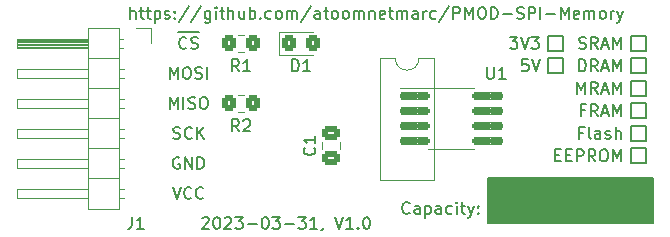
<source format=gto>
G04 #@! TF.GenerationSoftware,KiCad,Pcbnew,7.0.1*
G04 #@! TF.CreationDate,2023-03-31T23:10:03+02:00*
G04 #@! TF.ProjectId,PMOD SPI Memory,504d4f44-2053-4504-9920-4d656d6f7279,V1.0*
G04 #@! TF.SameCoordinates,Original*
G04 #@! TF.FileFunction,Legend,Top*
G04 #@! TF.FilePolarity,Positive*
%FSLAX46Y46*%
G04 Gerber Fmt 4.6, Leading zero omitted, Abs format (unit mm)*
G04 Created by KiCad (PCBNEW 7.0.1) date 2023-03-31 23:10:03*
%MOMM*%
%LPD*%
G01*
G04 APERTURE LIST*
G04 Aperture macros list*
%AMRoundRect*
0 Rectangle with rounded corners*
0 $1 Rounding radius*
0 $2 $3 $4 $5 $6 $7 $8 $9 X,Y pos of 4 corners*
0 Add a 4 corners polygon primitive as box body*
4,1,4,$2,$3,$4,$5,$6,$7,$8,$9,$2,$3,0*
0 Add four circle primitives for the rounded corners*
1,1,$1+$1,$2,$3*
1,1,$1+$1,$4,$5*
1,1,$1+$1,$6,$7*
1,1,$1+$1,$8,$9*
0 Add four rect primitives between the rounded corners*
20,1,$1+$1,$2,$3,$4,$5,0*
20,1,$1+$1,$4,$5,$6,$7,0*
20,1,$1+$1,$6,$7,$8,$9,0*
20,1,$1+$1,$8,$9,$2,$3,0*%
G04 Aperture macros list end*
%ADD10C,0.150000*%
%ADD11C,0.120000*%
%ADD12RoundRect,0.150000X-0.650000X-0.150000X0.650000X-0.150000X0.650000X0.150000X-0.650000X0.150000X0*%
%ADD13RoundRect,0.150000X-0.675000X-0.150000X0.675000X-0.150000X0.675000X0.150000X-0.675000X0.150000X0*%
%ADD14O,2.400000X1.600000*%
%ADD15R,2.400000X1.600000*%
%ADD16RoundRect,0.250000X-0.350000X-0.450000X0.350000X-0.450000X0.350000X0.450000X-0.350000X0.450000X0*%
%ADD17RoundRect,0.250000X-0.475000X0.337500X-0.475000X-0.337500X0.475000X-0.337500X0.475000X0.337500X0*%
%ADD18R,1.700000X1.700000*%
%ADD19O,1.700000X1.700000*%
%ADD20RoundRect,0.250000X-0.325000X-0.450000X0.325000X-0.450000X0.325000X0.450000X-0.325000X0.450000X0*%
%ADD21RoundRect,0.250000X0.350000X0.450000X-0.350000X0.450000X-0.350000X-0.450000X0.350000X-0.450000X0*%
G04 APERTURE END LIST*
D10*
X136525000Y-102870000D02*
X137795000Y-102870000D01*
X137795000Y-104140000D01*
X136525000Y-104140000D01*
X136525000Y-102870000D01*
X134794761Y-102967619D02*
X134318571Y-102967619D01*
X134318571Y-102967619D02*
X134270952Y-103443809D01*
X134270952Y-103443809D02*
X134318571Y-103396190D01*
X134318571Y-103396190D02*
X134413809Y-103348571D01*
X134413809Y-103348571D02*
X134651904Y-103348571D01*
X134651904Y-103348571D02*
X134747142Y-103396190D01*
X134747142Y-103396190D02*
X134794761Y-103443809D01*
X134794761Y-103443809D02*
X134842380Y-103539047D01*
X134842380Y-103539047D02*
X134842380Y-103777142D01*
X134842380Y-103777142D02*
X134794761Y-103872380D01*
X134794761Y-103872380D02*
X134747142Y-103920000D01*
X134747142Y-103920000D02*
X134651904Y-103967619D01*
X134651904Y-103967619D02*
X134413809Y-103967619D01*
X134413809Y-103967619D02*
X134318571Y-103920000D01*
X134318571Y-103920000D02*
X134270952Y-103872380D01*
X135128095Y-102967619D02*
X135461428Y-103967619D01*
X135461428Y-103967619D02*
X135794761Y-102967619D01*
X136525000Y-100965000D02*
X137795000Y-100965000D01*
X137795000Y-102235000D01*
X136525000Y-102235000D01*
X136525000Y-100965000D01*
X133270952Y-101062619D02*
X133889999Y-101062619D01*
X133889999Y-101062619D02*
X133556666Y-101443571D01*
X133556666Y-101443571D02*
X133699523Y-101443571D01*
X133699523Y-101443571D02*
X133794761Y-101491190D01*
X133794761Y-101491190D02*
X133842380Y-101538809D01*
X133842380Y-101538809D02*
X133889999Y-101634047D01*
X133889999Y-101634047D02*
X133889999Y-101872142D01*
X133889999Y-101872142D02*
X133842380Y-101967380D01*
X133842380Y-101967380D02*
X133794761Y-102015000D01*
X133794761Y-102015000D02*
X133699523Y-102062619D01*
X133699523Y-102062619D02*
X133413809Y-102062619D01*
X133413809Y-102062619D02*
X133318571Y-102015000D01*
X133318571Y-102015000D02*
X133270952Y-101967380D01*
X134175714Y-101062619D02*
X134509047Y-102062619D01*
X134509047Y-102062619D02*
X134842380Y-101062619D01*
X135080476Y-101062619D02*
X135699523Y-101062619D01*
X135699523Y-101062619D02*
X135366190Y-101443571D01*
X135366190Y-101443571D02*
X135509047Y-101443571D01*
X135509047Y-101443571D02*
X135604285Y-101491190D01*
X135604285Y-101491190D02*
X135651904Y-101538809D01*
X135651904Y-101538809D02*
X135699523Y-101634047D01*
X135699523Y-101634047D02*
X135699523Y-101872142D01*
X135699523Y-101872142D02*
X135651904Y-101967380D01*
X135651904Y-101967380D02*
X135604285Y-102015000D01*
X135604285Y-102015000D02*
X135509047Y-102062619D01*
X135509047Y-102062619D02*
X135223333Y-102062619D01*
X135223333Y-102062619D02*
X135128095Y-102015000D01*
X135128095Y-102015000D02*
X135080476Y-101967380D01*
X124762380Y-115937380D02*
X124714761Y-115985000D01*
X124714761Y-115985000D02*
X124571904Y-116032619D01*
X124571904Y-116032619D02*
X124476666Y-116032619D01*
X124476666Y-116032619D02*
X124333809Y-115985000D01*
X124333809Y-115985000D02*
X124238571Y-115889761D01*
X124238571Y-115889761D02*
X124190952Y-115794523D01*
X124190952Y-115794523D02*
X124143333Y-115604047D01*
X124143333Y-115604047D02*
X124143333Y-115461190D01*
X124143333Y-115461190D02*
X124190952Y-115270714D01*
X124190952Y-115270714D02*
X124238571Y-115175476D01*
X124238571Y-115175476D02*
X124333809Y-115080238D01*
X124333809Y-115080238D02*
X124476666Y-115032619D01*
X124476666Y-115032619D02*
X124571904Y-115032619D01*
X124571904Y-115032619D02*
X124714761Y-115080238D01*
X124714761Y-115080238D02*
X124762380Y-115127857D01*
X125619523Y-116032619D02*
X125619523Y-115508809D01*
X125619523Y-115508809D02*
X125571904Y-115413571D01*
X125571904Y-115413571D02*
X125476666Y-115365952D01*
X125476666Y-115365952D02*
X125286190Y-115365952D01*
X125286190Y-115365952D02*
X125190952Y-115413571D01*
X125619523Y-115985000D02*
X125524285Y-116032619D01*
X125524285Y-116032619D02*
X125286190Y-116032619D01*
X125286190Y-116032619D02*
X125190952Y-115985000D01*
X125190952Y-115985000D02*
X125143333Y-115889761D01*
X125143333Y-115889761D02*
X125143333Y-115794523D01*
X125143333Y-115794523D02*
X125190952Y-115699285D01*
X125190952Y-115699285D02*
X125286190Y-115651666D01*
X125286190Y-115651666D02*
X125524285Y-115651666D01*
X125524285Y-115651666D02*
X125619523Y-115604047D01*
X126095714Y-115365952D02*
X126095714Y-116365952D01*
X126095714Y-115413571D02*
X126190952Y-115365952D01*
X126190952Y-115365952D02*
X126381428Y-115365952D01*
X126381428Y-115365952D02*
X126476666Y-115413571D01*
X126476666Y-115413571D02*
X126524285Y-115461190D01*
X126524285Y-115461190D02*
X126571904Y-115556428D01*
X126571904Y-115556428D02*
X126571904Y-115842142D01*
X126571904Y-115842142D02*
X126524285Y-115937380D01*
X126524285Y-115937380D02*
X126476666Y-115985000D01*
X126476666Y-115985000D02*
X126381428Y-116032619D01*
X126381428Y-116032619D02*
X126190952Y-116032619D01*
X126190952Y-116032619D02*
X126095714Y-115985000D01*
X127429047Y-116032619D02*
X127429047Y-115508809D01*
X127429047Y-115508809D02*
X127381428Y-115413571D01*
X127381428Y-115413571D02*
X127286190Y-115365952D01*
X127286190Y-115365952D02*
X127095714Y-115365952D01*
X127095714Y-115365952D02*
X127000476Y-115413571D01*
X127429047Y-115985000D02*
X127333809Y-116032619D01*
X127333809Y-116032619D02*
X127095714Y-116032619D01*
X127095714Y-116032619D02*
X127000476Y-115985000D01*
X127000476Y-115985000D02*
X126952857Y-115889761D01*
X126952857Y-115889761D02*
X126952857Y-115794523D01*
X126952857Y-115794523D02*
X127000476Y-115699285D01*
X127000476Y-115699285D02*
X127095714Y-115651666D01*
X127095714Y-115651666D02*
X127333809Y-115651666D01*
X127333809Y-115651666D02*
X127429047Y-115604047D01*
X128333809Y-115985000D02*
X128238571Y-116032619D01*
X128238571Y-116032619D02*
X128048095Y-116032619D01*
X128048095Y-116032619D02*
X127952857Y-115985000D01*
X127952857Y-115985000D02*
X127905238Y-115937380D01*
X127905238Y-115937380D02*
X127857619Y-115842142D01*
X127857619Y-115842142D02*
X127857619Y-115556428D01*
X127857619Y-115556428D02*
X127905238Y-115461190D01*
X127905238Y-115461190D02*
X127952857Y-115413571D01*
X127952857Y-115413571D02*
X128048095Y-115365952D01*
X128048095Y-115365952D02*
X128238571Y-115365952D01*
X128238571Y-115365952D02*
X128333809Y-115413571D01*
X128762381Y-116032619D02*
X128762381Y-115365952D01*
X128762381Y-115032619D02*
X128714762Y-115080238D01*
X128714762Y-115080238D02*
X128762381Y-115127857D01*
X128762381Y-115127857D02*
X128810000Y-115080238D01*
X128810000Y-115080238D02*
X128762381Y-115032619D01*
X128762381Y-115032619D02*
X128762381Y-115127857D01*
X129095714Y-115365952D02*
X129476666Y-115365952D01*
X129238571Y-115032619D02*
X129238571Y-115889761D01*
X129238571Y-115889761D02*
X129286190Y-115985000D01*
X129286190Y-115985000D02*
X129381428Y-116032619D01*
X129381428Y-116032619D02*
X129476666Y-116032619D01*
X129714762Y-115365952D02*
X129952857Y-116032619D01*
X130190952Y-115365952D02*
X129952857Y-116032619D01*
X129952857Y-116032619D02*
X129857619Y-116270714D01*
X129857619Y-116270714D02*
X129810000Y-116318333D01*
X129810000Y-116318333D02*
X129714762Y-116365952D01*
X130571905Y-115937380D02*
X130619524Y-115985000D01*
X130619524Y-115985000D02*
X130571905Y-116032619D01*
X130571905Y-116032619D02*
X130524286Y-115985000D01*
X130524286Y-115985000D02*
X130571905Y-115937380D01*
X130571905Y-115937380D02*
X130571905Y-116032619D01*
X130571905Y-115413571D02*
X130619524Y-115461190D01*
X130619524Y-115461190D02*
X130571905Y-115508809D01*
X130571905Y-115508809D02*
X130524286Y-115461190D01*
X130524286Y-115461190D02*
X130571905Y-115413571D01*
X130571905Y-115413571D02*
X130571905Y-115508809D01*
X131445000Y-113030000D02*
X145415000Y-113030000D01*
X145415000Y-116840000D01*
X131445000Y-116840000D01*
X131445000Y-113030000D01*
G36*
X131445000Y-113030000D02*
G01*
X145415000Y-113030000D01*
X145415000Y-116840000D01*
X131445000Y-116840000D01*
X131445000Y-113030000D01*
G37*
X138970238Y-105872619D02*
X138970238Y-104872619D01*
X138970238Y-104872619D02*
X139303571Y-105586904D01*
X139303571Y-105586904D02*
X139636904Y-104872619D01*
X139636904Y-104872619D02*
X139636904Y-105872619D01*
X140684523Y-105872619D02*
X140351190Y-105396428D01*
X140113095Y-105872619D02*
X140113095Y-104872619D01*
X140113095Y-104872619D02*
X140494047Y-104872619D01*
X140494047Y-104872619D02*
X140589285Y-104920238D01*
X140589285Y-104920238D02*
X140636904Y-104967857D01*
X140636904Y-104967857D02*
X140684523Y-105063095D01*
X140684523Y-105063095D02*
X140684523Y-105205952D01*
X140684523Y-105205952D02*
X140636904Y-105301190D01*
X140636904Y-105301190D02*
X140589285Y-105348809D01*
X140589285Y-105348809D02*
X140494047Y-105396428D01*
X140494047Y-105396428D02*
X140113095Y-105396428D01*
X141065476Y-105586904D02*
X141541666Y-105586904D01*
X140970238Y-105872619D02*
X141303571Y-104872619D01*
X141303571Y-104872619D02*
X141636904Y-105872619D01*
X141970238Y-105872619D02*
X141970238Y-104872619D01*
X141970238Y-104872619D02*
X142303571Y-105586904D01*
X142303571Y-105586904D02*
X142636904Y-104872619D01*
X142636904Y-104872619D02*
X142636904Y-105872619D01*
X143510000Y-104775000D02*
X144780000Y-104775000D01*
X144780000Y-106045000D01*
X143510000Y-106045000D01*
X143510000Y-104775000D01*
X143510000Y-100965000D02*
X144780000Y-100965000D01*
X144780000Y-102235000D01*
X143510000Y-102235000D01*
X143510000Y-100965000D01*
X139113095Y-102015000D02*
X139255952Y-102062619D01*
X139255952Y-102062619D02*
X139494047Y-102062619D01*
X139494047Y-102062619D02*
X139589285Y-102015000D01*
X139589285Y-102015000D02*
X139636904Y-101967380D01*
X139636904Y-101967380D02*
X139684523Y-101872142D01*
X139684523Y-101872142D02*
X139684523Y-101776904D01*
X139684523Y-101776904D02*
X139636904Y-101681666D01*
X139636904Y-101681666D02*
X139589285Y-101634047D01*
X139589285Y-101634047D02*
X139494047Y-101586428D01*
X139494047Y-101586428D02*
X139303571Y-101538809D01*
X139303571Y-101538809D02*
X139208333Y-101491190D01*
X139208333Y-101491190D02*
X139160714Y-101443571D01*
X139160714Y-101443571D02*
X139113095Y-101348333D01*
X139113095Y-101348333D02*
X139113095Y-101253095D01*
X139113095Y-101253095D02*
X139160714Y-101157857D01*
X139160714Y-101157857D02*
X139208333Y-101110238D01*
X139208333Y-101110238D02*
X139303571Y-101062619D01*
X139303571Y-101062619D02*
X139541666Y-101062619D01*
X139541666Y-101062619D02*
X139684523Y-101110238D01*
X140684523Y-102062619D02*
X140351190Y-101586428D01*
X140113095Y-102062619D02*
X140113095Y-101062619D01*
X140113095Y-101062619D02*
X140494047Y-101062619D01*
X140494047Y-101062619D02*
X140589285Y-101110238D01*
X140589285Y-101110238D02*
X140636904Y-101157857D01*
X140636904Y-101157857D02*
X140684523Y-101253095D01*
X140684523Y-101253095D02*
X140684523Y-101395952D01*
X140684523Y-101395952D02*
X140636904Y-101491190D01*
X140636904Y-101491190D02*
X140589285Y-101538809D01*
X140589285Y-101538809D02*
X140494047Y-101586428D01*
X140494047Y-101586428D02*
X140113095Y-101586428D01*
X141065476Y-101776904D02*
X141541666Y-101776904D01*
X140970238Y-102062619D02*
X141303571Y-101062619D01*
X141303571Y-101062619D02*
X141636904Y-102062619D01*
X141970238Y-102062619D02*
X141970238Y-101062619D01*
X141970238Y-101062619D02*
X142303571Y-101776904D01*
X142303571Y-101776904D02*
X142636904Y-101062619D01*
X142636904Y-101062619D02*
X142636904Y-102062619D01*
X137113095Y-111063809D02*
X137446428Y-111063809D01*
X137589285Y-111587619D02*
X137113095Y-111587619D01*
X137113095Y-111587619D02*
X137113095Y-110587619D01*
X137113095Y-110587619D02*
X137589285Y-110587619D01*
X138017857Y-111063809D02*
X138351190Y-111063809D01*
X138494047Y-111587619D02*
X138017857Y-111587619D01*
X138017857Y-111587619D02*
X138017857Y-110587619D01*
X138017857Y-110587619D02*
X138494047Y-110587619D01*
X138922619Y-111587619D02*
X138922619Y-110587619D01*
X138922619Y-110587619D02*
X139303571Y-110587619D01*
X139303571Y-110587619D02*
X139398809Y-110635238D01*
X139398809Y-110635238D02*
X139446428Y-110682857D01*
X139446428Y-110682857D02*
X139494047Y-110778095D01*
X139494047Y-110778095D02*
X139494047Y-110920952D01*
X139494047Y-110920952D02*
X139446428Y-111016190D01*
X139446428Y-111016190D02*
X139398809Y-111063809D01*
X139398809Y-111063809D02*
X139303571Y-111111428D01*
X139303571Y-111111428D02*
X138922619Y-111111428D01*
X140494047Y-111587619D02*
X140160714Y-111111428D01*
X139922619Y-111587619D02*
X139922619Y-110587619D01*
X139922619Y-110587619D02*
X140303571Y-110587619D01*
X140303571Y-110587619D02*
X140398809Y-110635238D01*
X140398809Y-110635238D02*
X140446428Y-110682857D01*
X140446428Y-110682857D02*
X140494047Y-110778095D01*
X140494047Y-110778095D02*
X140494047Y-110920952D01*
X140494047Y-110920952D02*
X140446428Y-111016190D01*
X140446428Y-111016190D02*
X140398809Y-111063809D01*
X140398809Y-111063809D02*
X140303571Y-111111428D01*
X140303571Y-111111428D02*
X139922619Y-111111428D01*
X141113095Y-110587619D02*
X141303571Y-110587619D01*
X141303571Y-110587619D02*
X141398809Y-110635238D01*
X141398809Y-110635238D02*
X141494047Y-110730476D01*
X141494047Y-110730476D02*
X141541666Y-110920952D01*
X141541666Y-110920952D02*
X141541666Y-111254285D01*
X141541666Y-111254285D02*
X141494047Y-111444761D01*
X141494047Y-111444761D02*
X141398809Y-111540000D01*
X141398809Y-111540000D02*
X141303571Y-111587619D01*
X141303571Y-111587619D02*
X141113095Y-111587619D01*
X141113095Y-111587619D02*
X141017857Y-111540000D01*
X141017857Y-111540000D02*
X140922619Y-111444761D01*
X140922619Y-111444761D02*
X140875000Y-111254285D01*
X140875000Y-111254285D02*
X140875000Y-110920952D01*
X140875000Y-110920952D02*
X140922619Y-110730476D01*
X140922619Y-110730476D02*
X141017857Y-110635238D01*
X141017857Y-110635238D02*
X141113095Y-110587619D01*
X141970238Y-111587619D02*
X141970238Y-110587619D01*
X141970238Y-110587619D02*
X142303571Y-111301904D01*
X142303571Y-111301904D02*
X142636904Y-110587619D01*
X142636904Y-110587619D02*
X142636904Y-111587619D01*
X143510000Y-110490000D02*
X144780000Y-110490000D01*
X144780000Y-111760000D01*
X143510000Y-111760000D01*
X143510000Y-110490000D01*
X143510000Y-106680000D02*
X144780000Y-106680000D01*
X144780000Y-107950000D01*
X143510000Y-107950000D01*
X143510000Y-106680000D01*
X139589285Y-107253809D02*
X139255952Y-107253809D01*
X139255952Y-107777619D02*
X139255952Y-106777619D01*
X139255952Y-106777619D02*
X139732142Y-106777619D01*
X140684523Y-107777619D02*
X140351190Y-107301428D01*
X140113095Y-107777619D02*
X140113095Y-106777619D01*
X140113095Y-106777619D02*
X140494047Y-106777619D01*
X140494047Y-106777619D02*
X140589285Y-106825238D01*
X140589285Y-106825238D02*
X140636904Y-106872857D01*
X140636904Y-106872857D02*
X140684523Y-106968095D01*
X140684523Y-106968095D02*
X140684523Y-107110952D01*
X140684523Y-107110952D02*
X140636904Y-107206190D01*
X140636904Y-107206190D02*
X140589285Y-107253809D01*
X140589285Y-107253809D02*
X140494047Y-107301428D01*
X140494047Y-107301428D02*
X140113095Y-107301428D01*
X141065476Y-107491904D02*
X141541666Y-107491904D01*
X140970238Y-107777619D02*
X141303571Y-106777619D01*
X141303571Y-106777619D02*
X141636904Y-107777619D01*
X141970238Y-107777619D02*
X141970238Y-106777619D01*
X141970238Y-106777619D02*
X142303571Y-107491904D01*
X142303571Y-107491904D02*
X142636904Y-106777619D01*
X142636904Y-106777619D02*
X142636904Y-107777619D01*
X143510000Y-102870000D02*
X144780000Y-102870000D01*
X144780000Y-104140000D01*
X143510000Y-104140000D01*
X143510000Y-102870000D01*
X139113095Y-103967619D02*
X139113095Y-102967619D01*
X139113095Y-102967619D02*
X139351190Y-102967619D01*
X139351190Y-102967619D02*
X139494047Y-103015238D01*
X139494047Y-103015238D02*
X139589285Y-103110476D01*
X139589285Y-103110476D02*
X139636904Y-103205714D01*
X139636904Y-103205714D02*
X139684523Y-103396190D01*
X139684523Y-103396190D02*
X139684523Y-103539047D01*
X139684523Y-103539047D02*
X139636904Y-103729523D01*
X139636904Y-103729523D02*
X139589285Y-103824761D01*
X139589285Y-103824761D02*
X139494047Y-103920000D01*
X139494047Y-103920000D02*
X139351190Y-103967619D01*
X139351190Y-103967619D02*
X139113095Y-103967619D01*
X140684523Y-103967619D02*
X140351190Y-103491428D01*
X140113095Y-103967619D02*
X140113095Y-102967619D01*
X140113095Y-102967619D02*
X140494047Y-102967619D01*
X140494047Y-102967619D02*
X140589285Y-103015238D01*
X140589285Y-103015238D02*
X140636904Y-103062857D01*
X140636904Y-103062857D02*
X140684523Y-103158095D01*
X140684523Y-103158095D02*
X140684523Y-103300952D01*
X140684523Y-103300952D02*
X140636904Y-103396190D01*
X140636904Y-103396190D02*
X140589285Y-103443809D01*
X140589285Y-103443809D02*
X140494047Y-103491428D01*
X140494047Y-103491428D02*
X140113095Y-103491428D01*
X141065476Y-103681904D02*
X141541666Y-103681904D01*
X140970238Y-103967619D02*
X141303571Y-102967619D01*
X141303571Y-102967619D02*
X141636904Y-103967619D01*
X141970238Y-103967619D02*
X141970238Y-102967619D01*
X141970238Y-102967619D02*
X142303571Y-103681904D01*
X142303571Y-103681904D02*
X142636904Y-102967619D01*
X142636904Y-102967619D02*
X142636904Y-103967619D01*
X139446427Y-109158809D02*
X139113094Y-109158809D01*
X139113094Y-109682619D02*
X139113094Y-108682619D01*
X139113094Y-108682619D02*
X139589284Y-108682619D01*
X140113094Y-109682619D02*
X140017856Y-109635000D01*
X140017856Y-109635000D02*
X139970237Y-109539761D01*
X139970237Y-109539761D02*
X139970237Y-108682619D01*
X140922618Y-109682619D02*
X140922618Y-109158809D01*
X140922618Y-109158809D02*
X140874999Y-109063571D01*
X140874999Y-109063571D02*
X140779761Y-109015952D01*
X140779761Y-109015952D02*
X140589285Y-109015952D01*
X140589285Y-109015952D02*
X140494047Y-109063571D01*
X140922618Y-109635000D02*
X140827380Y-109682619D01*
X140827380Y-109682619D02*
X140589285Y-109682619D01*
X140589285Y-109682619D02*
X140494047Y-109635000D01*
X140494047Y-109635000D02*
X140446428Y-109539761D01*
X140446428Y-109539761D02*
X140446428Y-109444523D01*
X140446428Y-109444523D02*
X140494047Y-109349285D01*
X140494047Y-109349285D02*
X140589285Y-109301666D01*
X140589285Y-109301666D02*
X140827380Y-109301666D01*
X140827380Y-109301666D02*
X140922618Y-109254047D01*
X141351190Y-109635000D02*
X141446428Y-109682619D01*
X141446428Y-109682619D02*
X141636904Y-109682619D01*
X141636904Y-109682619D02*
X141732142Y-109635000D01*
X141732142Y-109635000D02*
X141779761Y-109539761D01*
X141779761Y-109539761D02*
X141779761Y-109492142D01*
X141779761Y-109492142D02*
X141732142Y-109396904D01*
X141732142Y-109396904D02*
X141636904Y-109349285D01*
X141636904Y-109349285D02*
X141494047Y-109349285D01*
X141494047Y-109349285D02*
X141398809Y-109301666D01*
X141398809Y-109301666D02*
X141351190Y-109206428D01*
X141351190Y-109206428D02*
X141351190Y-109158809D01*
X141351190Y-109158809D02*
X141398809Y-109063571D01*
X141398809Y-109063571D02*
X141494047Y-109015952D01*
X141494047Y-109015952D02*
X141636904Y-109015952D01*
X141636904Y-109015952D02*
X141732142Y-109063571D01*
X142208333Y-109682619D02*
X142208333Y-108682619D01*
X142636904Y-109682619D02*
X142636904Y-109158809D01*
X142636904Y-109158809D02*
X142589285Y-109063571D01*
X142589285Y-109063571D02*
X142494047Y-109015952D01*
X142494047Y-109015952D02*
X142351190Y-109015952D01*
X142351190Y-109015952D02*
X142255952Y-109063571D01*
X142255952Y-109063571D02*
X142208333Y-109111190D01*
X143510000Y-108585000D02*
X144780000Y-108585000D01*
X144780000Y-109855000D01*
X143510000Y-109855000D01*
X143510000Y-108585000D01*
X104473572Y-107142619D02*
X104473572Y-106142619D01*
X104473572Y-106142619D02*
X104806905Y-106856904D01*
X104806905Y-106856904D02*
X105140238Y-106142619D01*
X105140238Y-106142619D02*
X105140238Y-107142619D01*
X105616429Y-107142619D02*
X105616429Y-106142619D01*
X106045000Y-107095000D02*
X106187857Y-107142619D01*
X106187857Y-107142619D02*
X106425952Y-107142619D01*
X106425952Y-107142619D02*
X106521190Y-107095000D01*
X106521190Y-107095000D02*
X106568809Y-107047380D01*
X106568809Y-107047380D02*
X106616428Y-106952142D01*
X106616428Y-106952142D02*
X106616428Y-106856904D01*
X106616428Y-106856904D02*
X106568809Y-106761666D01*
X106568809Y-106761666D02*
X106521190Y-106714047D01*
X106521190Y-106714047D02*
X106425952Y-106666428D01*
X106425952Y-106666428D02*
X106235476Y-106618809D01*
X106235476Y-106618809D02*
X106140238Y-106571190D01*
X106140238Y-106571190D02*
X106092619Y-106523571D01*
X106092619Y-106523571D02*
X106045000Y-106428333D01*
X106045000Y-106428333D02*
X106045000Y-106333095D01*
X106045000Y-106333095D02*
X106092619Y-106237857D01*
X106092619Y-106237857D02*
X106140238Y-106190238D01*
X106140238Y-106190238D02*
X106235476Y-106142619D01*
X106235476Y-106142619D02*
X106473571Y-106142619D01*
X106473571Y-106142619D02*
X106616428Y-106190238D01*
X107235476Y-106142619D02*
X107425952Y-106142619D01*
X107425952Y-106142619D02*
X107521190Y-106190238D01*
X107521190Y-106190238D02*
X107616428Y-106285476D01*
X107616428Y-106285476D02*
X107664047Y-106475952D01*
X107664047Y-106475952D02*
X107664047Y-106809285D01*
X107664047Y-106809285D02*
X107616428Y-106999761D01*
X107616428Y-106999761D02*
X107521190Y-107095000D01*
X107521190Y-107095000D02*
X107425952Y-107142619D01*
X107425952Y-107142619D02*
X107235476Y-107142619D01*
X107235476Y-107142619D02*
X107140238Y-107095000D01*
X107140238Y-107095000D02*
X107045000Y-106999761D01*
X107045000Y-106999761D02*
X106997381Y-106809285D01*
X106997381Y-106809285D02*
X106997381Y-106475952D01*
X106997381Y-106475952D02*
X107045000Y-106285476D01*
X107045000Y-106285476D02*
X107140238Y-106190238D01*
X107140238Y-106190238D02*
X107235476Y-106142619D01*
X107204762Y-116397857D02*
X107252381Y-116350238D01*
X107252381Y-116350238D02*
X107347619Y-116302619D01*
X107347619Y-116302619D02*
X107585714Y-116302619D01*
X107585714Y-116302619D02*
X107680952Y-116350238D01*
X107680952Y-116350238D02*
X107728571Y-116397857D01*
X107728571Y-116397857D02*
X107776190Y-116493095D01*
X107776190Y-116493095D02*
X107776190Y-116588333D01*
X107776190Y-116588333D02*
X107728571Y-116731190D01*
X107728571Y-116731190D02*
X107157143Y-117302619D01*
X107157143Y-117302619D02*
X107776190Y-117302619D01*
X108395238Y-116302619D02*
X108490476Y-116302619D01*
X108490476Y-116302619D02*
X108585714Y-116350238D01*
X108585714Y-116350238D02*
X108633333Y-116397857D01*
X108633333Y-116397857D02*
X108680952Y-116493095D01*
X108680952Y-116493095D02*
X108728571Y-116683571D01*
X108728571Y-116683571D02*
X108728571Y-116921666D01*
X108728571Y-116921666D02*
X108680952Y-117112142D01*
X108680952Y-117112142D02*
X108633333Y-117207380D01*
X108633333Y-117207380D02*
X108585714Y-117255000D01*
X108585714Y-117255000D02*
X108490476Y-117302619D01*
X108490476Y-117302619D02*
X108395238Y-117302619D01*
X108395238Y-117302619D02*
X108300000Y-117255000D01*
X108300000Y-117255000D02*
X108252381Y-117207380D01*
X108252381Y-117207380D02*
X108204762Y-117112142D01*
X108204762Y-117112142D02*
X108157143Y-116921666D01*
X108157143Y-116921666D02*
X108157143Y-116683571D01*
X108157143Y-116683571D02*
X108204762Y-116493095D01*
X108204762Y-116493095D02*
X108252381Y-116397857D01*
X108252381Y-116397857D02*
X108300000Y-116350238D01*
X108300000Y-116350238D02*
X108395238Y-116302619D01*
X109109524Y-116397857D02*
X109157143Y-116350238D01*
X109157143Y-116350238D02*
X109252381Y-116302619D01*
X109252381Y-116302619D02*
X109490476Y-116302619D01*
X109490476Y-116302619D02*
X109585714Y-116350238D01*
X109585714Y-116350238D02*
X109633333Y-116397857D01*
X109633333Y-116397857D02*
X109680952Y-116493095D01*
X109680952Y-116493095D02*
X109680952Y-116588333D01*
X109680952Y-116588333D02*
X109633333Y-116731190D01*
X109633333Y-116731190D02*
X109061905Y-117302619D01*
X109061905Y-117302619D02*
X109680952Y-117302619D01*
X110014286Y-116302619D02*
X110633333Y-116302619D01*
X110633333Y-116302619D02*
X110300000Y-116683571D01*
X110300000Y-116683571D02*
X110442857Y-116683571D01*
X110442857Y-116683571D02*
X110538095Y-116731190D01*
X110538095Y-116731190D02*
X110585714Y-116778809D01*
X110585714Y-116778809D02*
X110633333Y-116874047D01*
X110633333Y-116874047D02*
X110633333Y-117112142D01*
X110633333Y-117112142D02*
X110585714Y-117207380D01*
X110585714Y-117207380D02*
X110538095Y-117255000D01*
X110538095Y-117255000D02*
X110442857Y-117302619D01*
X110442857Y-117302619D02*
X110157143Y-117302619D01*
X110157143Y-117302619D02*
X110061905Y-117255000D01*
X110061905Y-117255000D02*
X110014286Y-117207380D01*
X111061905Y-116921666D02*
X111823810Y-116921666D01*
X112490476Y-116302619D02*
X112585714Y-116302619D01*
X112585714Y-116302619D02*
X112680952Y-116350238D01*
X112680952Y-116350238D02*
X112728571Y-116397857D01*
X112728571Y-116397857D02*
X112776190Y-116493095D01*
X112776190Y-116493095D02*
X112823809Y-116683571D01*
X112823809Y-116683571D02*
X112823809Y-116921666D01*
X112823809Y-116921666D02*
X112776190Y-117112142D01*
X112776190Y-117112142D02*
X112728571Y-117207380D01*
X112728571Y-117207380D02*
X112680952Y-117255000D01*
X112680952Y-117255000D02*
X112585714Y-117302619D01*
X112585714Y-117302619D02*
X112490476Y-117302619D01*
X112490476Y-117302619D02*
X112395238Y-117255000D01*
X112395238Y-117255000D02*
X112347619Y-117207380D01*
X112347619Y-117207380D02*
X112300000Y-117112142D01*
X112300000Y-117112142D02*
X112252381Y-116921666D01*
X112252381Y-116921666D02*
X112252381Y-116683571D01*
X112252381Y-116683571D02*
X112300000Y-116493095D01*
X112300000Y-116493095D02*
X112347619Y-116397857D01*
X112347619Y-116397857D02*
X112395238Y-116350238D01*
X112395238Y-116350238D02*
X112490476Y-116302619D01*
X113157143Y-116302619D02*
X113776190Y-116302619D01*
X113776190Y-116302619D02*
X113442857Y-116683571D01*
X113442857Y-116683571D02*
X113585714Y-116683571D01*
X113585714Y-116683571D02*
X113680952Y-116731190D01*
X113680952Y-116731190D02*
X113728571Y-116778809D01*
X113728571Y-116778809D02*
X113776190Y-116874047D01*
X113776190Y-116874047D02*
X113776190Y-117112142D01*
X113776190Y-117112142D02*
X113728571Y-117207380D01*
X113728571Y-117207380D02*
X113680952Y-117255000D01*
X113680952Y-117255000D02*
X113585714Y-117302619D01*
X113585714Y-117302619D02*
X113300000Y-117302619D01*
X113300000Y-117302619D02*
X113204762Y-117255000D01*
X113204762Y-117255000D02*
X113157143Y-117207380D01*
X114204762Y-116921666D02*
X114966667Y-116921666D01*
X115347619Y-116302619D02*
X115966666Y-116302619D01*
X115966666Y-116302619D02*
X115633333Y-116683571D01*
X115633333Y-116683571D02*
X115776190Y-116683571D01*
X115776190Y-116683571D02*
X115871428Y-116731190D01*
X115871428Y-116731190D02*
X115919047Y-116778809D01*
X115919047Y-116778809D02*
X115966666Y-116874047D01*
X115966666Y-116874047D02*
X115966666Y-117112142D01*
X115966666Y-117112142D02*
X115919047Y-117207380D01*
X115919047Y-117207380D02*
X115871428Y-117255000D01*
X115871428Y-117255000D02*
X115776190Y-117302619D01*
X115776190Y-117302619D02*
X115490476Y-117302619D01*
X115490476Y-117302619D02*
X115395238Y-117255000D01*
X115395238Y-117255000D02*
X115347619Y-117207380D01*
X116919047Y-117302619D02*
X116347619Y-117302619D01*
X116633333Y-117302619D02*
X116633333Y-116302619D01*
X116633333Y-116302619D02*
X116538095Y-116445476D01*
X116538095Y-116445476D02*
X116442857Y-116540714D01*
X116442857Y-116540714D02*
X116347619Y-116588333D01*
X117395238Y-117255000D02*
X117395238Y-117302619D01*
X117395238Y-117302619D02*
X117347619Y-117397857D01*
X117347619Y-117397857D02*
X117300000Y-117445476D01*
X118442857Y-116302619D02*
X118776190Y-117302619D01*
X118776190Y-117302619D02*
X119109523Y-116302619D01*
X119966666Y-117302619D02*
X119395238Y-117302619D01*
X119680952Y-117302619D02*
X119680952Y-116302619D01*
X119680952Y-116302619D02*
X119585714Y-116445476D01*
X119585714Y-116445476D02*
X119490476Y-116540714D01*
X119490476Y-116540714D02*
X119395238Y-116588333D01*
X120395238Y-117207380D02*
X120442857Y-117255000D01*
X120442857Y-117255000D02*
X120395238Y-117302619D01*
X120395238Y-117302619D02*
X120347619Y-117255000D01*
X120347619Y-117255000D02*
X120395238Y-117207380D01*
X120395238Y-117207380D02*
X120395238Y-117302619D01*
X121061904Y-116302619D02*
X121157142Y-116302619D01*
X121157142Y-116302619D02*
X121252380Y-116350238D01*
X121252380Y-116350238D02*
X121299999Y-116397857D01*
X121299999Y-116397857D02*
X121347618Y-116493095D01*
X121347618Y-116493095D02*
X121395237Y-116683571D01*
X121395237Y-116683571D02*
X121395237Y-116921666D01*
X121395237Y-116921666D02*
X121347618Y-117112142D01*
X121347618Y-117112142D02*
X121299999Y-117207380D01*
X121299999Y-117207380D02*
X121252380Y-117255000D01*
X121252380Y-117255000D02*
X121157142Y-117302619D01*
X121157142Y-117302619D02*
X121061904Y-117302619D01*
X121061904Y-117302619D02*
X120966666Y-117255000D01*
X120966666Y-117255000D02*
X120919047Y-117207380D01*
X120919047Y-117207380D02*
X120871428Y-117112142D01*
X120871428Y-117112142D02*
X120823809Y-116921666D01*
X120823809Y-116921666D02*
X120823809Y-116683571D01*
X120823809Y-116683571D02*
X120871428Y-116493095D01*
X120871428Y-116493095D02*
X120919047Y-116397857D01*
X120919047Y-116397857D02*
X120966666Y-116350238D01*
X120966666Y-116350238D02*
X121061904Y-116302619D01*
X105878333Y-101967380D02*
X105830714Y-102015000D01*
X105830714Y-102015000D02*
X105687857Y-102062619D01*
X105687857Y-102062619D02*
X105592619Y-102062619D01*
X105592619Y-102062619D02*
X105449762Y-102015000D01*
X105449762Y-102015000D02*
X105354524Y-101919761D01*
X105354524Y-101919761D02*
X105306905Y-101824523D01*
X105306905Y-101824523D02*
X105259286Y-101634047D01*
X105259286Y-101634047D02*
X105259286Y-101491190D01*
X105259286Y-101491190D02*
X105306905Y-101300714D01*
X105306905Y-101300714D02*
X105354524Y-101205476D01*
X105354524Y-101205476D02*
X105449762Y-101110238D01*
X105449762Y-101110238D02*
X105592619Y-101062619D01*
X105592619Y-101062619D02*
X105687857Y-101062619D01*
X105687857Y-101062619D02*
X105830714Y-101110238D01*
X105830714Y-101110238D02*
X105878333Y-101157857D01*
X106259286Y-102015000D02*
X106402143Y-102062619D01*
X106402143Y-102062619D02*
X106640238Y-102062619D01*
X106640238Y-102062619D02*
X106735476Y-102015000D01*
X106735476Y-102015000D02*
X106783095Y-101967380D01*
X106783095Y-101967380D02*
X106830714Y-101872142D01*
X106830714Y-101872142D02*
X106830714Y-101776904D01*
X106830714Y-101776904D02*
X106783095Y-101681666D01*
X106783095Y-101681666D02*
X106735476Y-101634047D01*
X106735476Y-101634047D02*
X106640238Y-101586428D01*
X106640238Y-101586428D02*
X106449762Y-101538809D01*
X106449762Y-101538809D02*
X106354524Y-101491190D01*
X106354524Y-101491190D02*
X106306905Y-101443571D01*
X106306905Y-101443571D02*
X106259286Y-101348333D01*
X106259286Y-101348333D02*
X106259286Y-101253095D01*
X106259286Y-101253095D02*
X106306905Y-101157857D01*
X106306905Y-101157857D02*
X106354524Y-101110238D01*
X106354524Y-101110238D02*
X106449762Y-101062619D01*
X106449762Y-101062619D02*
X106687857Y-101062619D01*
X106687857Y-101062619D02*
X106830714Y-101110238D01*
X105168810Y-100615000D02*
X106921191Y-100615000D01*
X101134285Y-99522619D02*
X101134285Y-98522619D01*
X101562856Y-99522619D02*
X101562856Y-98998809D01*
X101562856Y-98998809D02*
X101515237Y-98903571D01*
X101515237Y-98903571D02*
X101419999Y-98855952D01*
X101419999Y-98855952D02*
X101277142Y-98855952D01*
X101277142Y-98855952D02*
X101181904Y-98903571D01*
X101181904Y-98903571D02*
X101134285Y-98951190D01*
X101896190Y-98855952D02*
X102277142Y-98855952D01*
X102039047Y-98522619D02*
X102039047Y-99379761D01*
X102039047Y-99379761D02*
X102086666Y-99475000D01*
X102086666Y-99475000D02*
X102181904Y-99522619D01*
X102181904Y-99522619D02*
X102277142Y-99522619D01*
X102467619Y-98855952D02*
X102848571Y-98855952D01*
X102610476Y-98522619D02*
X102610476Y-99379761D01*
X102610476Y-99379761D02*
X102658095Y-99475000D01*
X102658095Y-99475000D02*
X102753333Y-99522619D01*
X102753333Y-99522619D02*
X102848571Y-99522619D01*
X103181905Y-98855952D02*
X103181905Y-99855952D01*
X103181905Y-98903571D02*
X103277143Y-98855952D01*
X103277143Y-98855952D02*
X103467619Y-98855952D01*
X103467619Y-98855952D02*
X103562857Y-98903571D01*
X103562857Y-98903571D02*
X103610476Y-98951190D01*
X103610476Y-98951190D02*
X103658095Y-99046428D01*
X103658095Y-99046428D02*
X103658095Y-99332142D01*
X103658095Y-99332142D02*
X103610476Y-99427380D01*
X103610476Y-99427380D02*
X103562857Y-99475000D01*
X103562857Y-99475000D02*
X103467619Y-99522619D01*
X103467619Y-99522619D02*
X103277143Y-99522619D01*
X103277143Y-99522619D02*
X103181905Y-99475000D01*
X104039048Y-99475000D02*
X104134286Y-99522619D01*
X104134286Y-99522619D02*
X104324762Y-99522619D01*
X104324762Y-99522619D02*
X104420000Y-99475000D01*
X104420000Y-99475000D02*
X104467619Y-99379761D01*
X104467619Y-99379761D02*
X104467619Y-99332142D01*
X104467619Y-99332142D02*
X104420000Y-99236904D01*
X104420000Y-99236904D02*
X104324762Y-99189285D01*
X104324762Y-99189285D02*
X104181905Y-99189285D01*
X104181905Y-99189285D02*
X104086667Y-99141666D01*
X104086667Y-99141666D02*
X104039048Y-99046428D01*
X104039048Y-99046428D02*
X104039048Y-98998809D01*
X104039048Y-98998809D02*
X104086667Y-98903571D01*
X104086667Y-98903571D02*
X104181905Y-98855952D01*
X104181905Y-98855952D02*
X104324762Y-98855952D01*
X104324762Y-98855952D02*
X104420000Y-98903571D01*
X104896191Y-99427380D02*
X104943810Y-99475000D01*
X104943810Y-99475000D02*
X104896191Y-99522619D01*
X104896191Y-99522619D02*
X104848572Y-99475000D01*
X104848572Y-99475000D02*
X104896191Y-99427380D01*
X104896191Y-99427380D02*
X104896191Y-99522619D01*
X104896191Y-98903571D02*
X104943810Y-98951190D01*
X104943810Y-98951190D02*
X104896191Y-98998809D01*
X104896191Y-98998809D02*
X104848572Y-98951190D01*
X104848572Y-98951190D02*
X104896191Y-98903571D01*
X104896191Y-98903571D02*
X104896191Y-98998809D01*
X106086666Y-98475000D02*
X105229524Y-99760714D01*
X107134285Y-98475000D02*
X106277143Y-99760714D01*
X107896190Y-98855952D02*
X107896190Y-99665476D01*
X107896190Y-99665476D02*
X107848571Y-99760714D01*
X107848571Y-99760714D02*
X107800952Y-99808333D01*
X107800952Y-99808333D02*
X107705714Y-99855952D01*
X107705714Y-99855952D02*
X107562857Y-99855952D01*
X107562857Y-99855952D02*
X107467619Y-99808333D01*
X107896190Y-99475000D02*
X107800952Y-99522619D01*
X107800952Y-99522619D02*
X107610476Y-99522619D01*
X107610476Y-99522619D02*
X107515238Y-99475000D01*
X107515238Y-99475000D02*
X107467619Y-99427380D01*
X107467619Y-99427380D02*
X107420000Y-99332142D01*
X107420000Y-99332142D02*
X107420000Y-99046428D01*
X107420000Y-99046428D02*
X107467619Y-98951190D01*
X107467619Y-98951190D02*
X107515238Y-98903571D01*
X107515238Y-98903571D02*
X107610476Y-98855952D01*
X107610476Y-98855952D02*
X107800952Y-98855952D01*
X107800952Y-98855952D02*
X107896190Y-98903571D01*
X108372381Y-99522619D02*
X108372381Y-98855952D01*
X108372381Y-98522619D02*
X108324762Y-98570238D01*
X108324762Y-98570238D02*
X108372381Y-98617857D01*
X108372381Y-98617857D02*
X108420000Y-98570238D01*
X108420000Y-98570238D02*
X108372381Y-98522619D01*
X108372381Y-98522619D02*
X108372381Y-98617857D01*
X108705714Y-98855952D02*
X109086666Y-98855952D01*
X108848571Y-98522619D02*
X108848571Y-99379761D01*
X108848571Y-99379761D02*
X108896190Y-99475000D01*
X108896190Y-99475000D02*
X108991428Y-99522619D01*
X108991428Y-99522619D02*
X109086666Y-99522619D01*
X109420000Y-99522619D02*
X109420000Y-98522619D01*
X109848571Y-99522619D02*
X109848571Y-98998809D01*
X109848571Y-98998809D02*
X109800952Y-98903571D01*
X109800952Y-98903571D02*
X109705714Y-98855952D01*
X109705714Y-98855952D02*
X109562857Y-98855952D01*
X109562857Y-98855952D02*
X109467619Y-98903571D01*
X109467619Y-98903571D02*
X109420000Y-98951190D01*
X110753333Y-98855952D02*
X110753333Y-99522619D01*
X110324762Y-98855952D02*
X110324762Y-99379761D01*
X110324762Y-99379761D02*
X110372381Y-99475000D01*
X110372381Y-99475000D02*
X110467619Y-99522619D01*
X110467619Y-99522619D02*
X110610476Y-99522619D01*
X110610476Y-99522619D02*
X110705714Y-99475000D01*
X110705714Y-99475000D02*
X110753333Y-99427380D01*
X111229524Y-99522619D02*
X111229524Y-98522619D01*
X111229524Y-98903571D02*
X111324762Y-98855952D01*
X111324762Y-98855952D02*
X111515238Y-98855952D01*
X111515238Y-98855952D02*
X111610476Y-98903571D01*
X111610476Y-98903571D02*
X111658095Y-98951190D01*
X111658095Y-98951190D02*
X111705714Y-99046428D01*
X111705714Y-99046428D02*
X111705714Y-99332142D01*
X111705714Y-99332142D02*
X111658095Y-99427380D01*
X111658095Y-99427380D02*
X111610476Y-99475000D01*
X111610476Y-99475000D02*
X111515238Y-99522619D01*
X111515238Y-99522619D02*
X111324762Y-99522619D01*
X111324762Y-99522619D02*
X111229524Y-99475000D01*
X112134286Y-99427380D02*
X112181905Y-99475000D01*
X112181905Y-99475000D02*
X112134286Y-99522619D01*
X112134286Y-99522619D02*
X112086667Y-99475000D01*
X112086667Y-99475000D02*
X112134286Y-99427380D01*
X112134286Y-99427380D02*
X112134286Y-99522619D01*
X113039047Y-99475000D02*
X112943809Y-99522619D01*
X112943809Y-99522619D02*
X112753333Y-99522619D01*
X112753333Y-99522619D02*
X112658095Y-99475000D01*
X112658095Y-99475000D02*
X112610476Y-99427380D01*
X112610476Y-99427380D02*
X112562857Y-99332142D01*
X112562857Y-99332142D02*
X112562857Y-99046428D01*
X112562857Y-99046428D02*
X112610476Y-98951190D01*
X112610476Y-98951190D02*
X112658095Y-98903571D01*
X112658095Y-98903571D02*
X112753333Y-98855952D01*
X112753333Y-98855952D02*
X112943809Y-98855952D01*
X112943809Y-98855952D02*
X113039047Y-98903571D01*
X113610476Y-99522619D02*
X113515238Y-99475000D01*
X113515238Y-99475000D02*
X113467619Y-99427380D01*
X113467619Y-99427380D02*
X113420000Y-99332142D01*
X113420000Y-99332142D02*
X113420000Y-99046428D01*
X113420000Y-99046428D02*
X113467619Y-98951190D01*
X113467619Y-98951190D02*
X113515238Y-98903571D01*
X113515238Y-98903571D02*
X113610476Y-98855952D01*
X113610476Y-98855952D02*
X113753333Y-98855952D01*
X113753333Y-98855952D02*
X113848571Y-98903571D01*
X113848571Y-98903571D02*
X113896190Y-98951190D01*
X113896190Y-98951190D02*
X113943809Y-99046428D01*
X113943809Y-99046428D02*
X113943809Y-99332142D01*
X113943809Y-99332142D02*
X113896190Y-99427380D01*
X113896190Y-99427380D02*
X113848571Y-99475000D01*
X113848571Y-99475000D02*
X113753333Y-99522619D01*
X113753333Y-99522619D02*
X113610476Y-99522619D01*
X114372381Y-99522619D02*
X114372381Y-98855952D01*
X114372381Y-98951190D02*
X114420000Y-98903571D01*
X114420000Y-98903571D02*
X114515238Y-98855952D01*
X114515238Y-98855952D02*
X114658095Y-98855952D01*
X114658095Y-98855952D02*
X114753333Y-98903571D01*
X114753333Y-98903571D02*
X114800952Y-98998809D01*
X114800952Y-98998809D02*
X114800952Y-99522619D01*
X114800952Y-98998809D02*
X114848571Y-98903571D01*
X114848571Y-98903571D02*
X114943809Y-98855952D01*
X114943809Y-98855952D02*
X115086666Y-98855952D01*
X115086666Y-98855952D02*
X115181905Y-98903571D01*
X115181905Y-98903571D02*
X115229524Y-98998809D01*
X115229524Y-98998809D02*
X115229524Y-99522619D01*
X116419999Y-98475000D02*
X115562857Y-99760714D01*
X117181904Y-99522619D02*
X117181904Y-98998809D01*
X117181904Y-98998809D02*
X117134285Y-98903571D01*
X117134285Y-98903571D02*
X117039047Y-98855952D01*
X117039047Y-98855952D02*
X116848571Y-98855952D01*
X116848571Y-98855952D02*
X116753333Y-98903571D01*
X117181904Y-99475000D02*
X117086666Y-99522619D01*
X117086666Y-99522619D02*
X116848571Y-99522619D01*
X116848571Y-99522619D02*
X116753333Y-99475000D01*
X116753333Y-99475000D02*
X116705714Y-99379761D01*
X116705714Y-99379761D02*
X116705714Y-99284523D01*
X116705714Y-99284523D02*
X116753333Y-99189285D01*
X116753333Y-99189285D02*
X116848571Y-99141666D01*
X116848571Y-99141666D02*
X117086666Y-99141666D01*
X117086666Y-99141666D02*
X117181904Y-99094047D01*
X117515238Y-98855952D02*
X117896190Y-98855952D01*
X117658095Y-98522619D02*
X117658095Y-99379761D01*
X117658095Y-99379761D02*
X117705714Y-99475000D01*
X117705714Y-99475000D02*
X117800952Y-99522619D01*
X117800952Y-99522619D02*
X117896190Y-99522619D01*
X118372381Y-99522619D02*
X118277143Y-99475000D01*
X118277143Y-99475000D02*
X118229524Y-99427380D01*
X118229524Y-99427380D02*
X118181905Y-99332142D01*
X118181905Y-99332142D02*
X118181905Y-99046428D01*
X118181905Y-99046428D02*
X118229524Y-98951190D01*
X118229524Y-98951190D02*
X118277143Y-98903571D01*
X118277143Y-98903571D02*
X118372381Y-98855952D01*
X118372381Y-98855952D02*
X118515238Y-98855952D01*
X118515238Y-98855952D02*
X118610476Y-98903571D01*
X118610476Y-98903571D02*
X118658095Y-98951190D01*
X118658095Y-98951190D02*
X118705714Y-99046428D01*
X118705714Y-99046428D02*
X118705714Y-99332142D01*
X118705714Y-99332142D02*
X118658095Y-99427380D01*
X118658095Y-99427380D02*
X118610476Y-99475000D01*
X118610476Y-99475000D02*
X118515238Y-99522619D01*
X118515238Y-99522619D02*
X118372381Y-99522619D01*
X119277143Y-99522619D02*
X119181905Y-99475000D01*
X119181905Y-99475000D02*
X119134286Y-99427380D01*
X119134286Y-99427380D02*
X119086667Y-99332142D01*
X119086667Y-99332142D02*
X119086667Y-99046428D01*
X119086667Y-99046428D02*
X119134286Y-98951190D01*
X119134286Y-98951190D02*
X119181905Y-98903571D01*
X119181905Y-98903571D02*
X119277143Y-98855952D01*
X119277143Y-98855952D02*
X119420000Y-98855952D01*
X119420000Y-98855952D02*
X119515238Y-98903571D01*
X119515238Y-98903571D02*
X119562857Y-98951190D01*
X119562857Y-98951190D02*
X119610476Y-99046428D01*
X119610476Y-99046428D02*
X119610476Y-99332142D01*
X119610476Y-99332142D02*
X119562857Y-99427380D01*
X119562857Y-99427380D02*
X119515238Y-99475000D01*
X119515238Y-99475000D02*
X119420000Y-99522619D01*
X119420000Y-99522619D02*
X119277143Y-99522619D01*
X120039048Y-99522619D02*
X120039048Y-98855952D01*
X120039048Y-98951190D02*
X120086667Y-98903571D01*
X120086667Y-98903571D02*
X120181905Y-98855952D01*
X120181905Y-98855952D02*
X120324762Y-98855952D01*
X120324762Y-98855952D02*
X120420000Y-98903571D01*
X120420000Y-98903571D02*
X120467619Y-98998809D01*
X120467619Y-98998809D02*
X120467619Y-99522619D01*
X120467619Y-98998809D02*
X120515238Y-98903571D01*
X120515238Y-98903571D02*
X120610476Y-98855952D01*
X120610476Y-98855952D02*
X120753333Y-98855952D01*
X120753333Y-98855952D02*
X120848572Y-98903571D01*
X120848572Y-98903571D02*
X120896191Y-98998809D01*
X120896191Y-98998809D02*
X120896191Y-99522619D01*
X121372381Y-98855952D02*
X121372381Y-99522619D01*
X121372381Y-98951190D02*
X121420000Y-98903571D01*
X121420000Y-98903571D02*
X121515238Y-98855952D01*
X121515238Y-98855952D02*
X121658095Y-98855952D01*
X121658095Y-98855952D02*
X121753333Y-98903571D01*
X121753333Y-98903571D02*
X121800952Y-98998809D01*
X121800952Y-98998809D02*
X121800952Y-99522619D01*
X122658095Y-99475000D02*
X122562857Y-99522619D01*
X122562857Y-99522619D02*
X122372381Y-99522619D01*
X122372381Y-99522619D02*
X122277143Y-99475000D01*
X122277143Y-99475000D02*
X122229524Y-99379761D01*
X122229524Y-99379761D02*
X122229524Y-98998809D01*
X122229524Y-98998809D02*
X122277143Y-98903571D01*
X122277143Y-98903571D02*
X122372381Y-98855952D01*
X122372381Y-98855952D02*
X122562857Y-98855952D01*
X122562857Y-98855952D02*
X122658095Y-98903571D01*
X122658095Y-98903571D02*
X122705714Y-98998809D01*
X122705714Y-98998809D02*
X122705714Y-99094047D01*
X122705714Y-99094047D02*
X122229524Y-99189285D01*
X122991429Y-98855952D02*
X123372381Y-98855952D01*
X123134286Y-98522619D02*
X123134286Y-99379761D01*
X123134286Y-99379761D02*
X123181905Y-99475000D01*
X123181905Y-99475000D02*
X123277143Y-99522619D01*
X123277143Y-99522619D02*
X123372381Y-99522619D01*
X123705715Y-99522619D02*
X123705715Y-98855952D01*
X123705715Y-98951190D02*
X123753334Y-98903571D01*
X123753334Y-98903571D02*
X123848572Y-98855952D01*
X123848572Y-98855952D02*
X123991429Y-98855952D01*
X123991429Y-98855952D02*
X124086667Y-98903571D01*
X124086667Y-98903571D02*
X124134286Y-98998809D01*
X124134286Y-98998809D02*
X124134286Y-99522619D01*
X124134286Y-98998809D02*
X124181905Y-98903571D01*
X124181905Y-98903571D02*
X124277143Y-98855952D01*
X124277143Y-98855952D02*
X124420000Y-98855952D01*
X124420000Y-98855952D02*
X124515239Y-98903571D01*
X124515239Y-98903571D02*
X124562858Y-98998809D01*
X124562858Y-98998809D02*
X124562858Y-99522619D01*
X125467619Y-99522619D02*
X125467619Y-98998809D01*
X125467619Y-98998809D02*
X125420000Y-98903571D01*
X125420000Y-98903571D02*
X125324762Y-98855952D01*
X125324762Y-98855952D02*
X125134286Y-98855952D01*
X125134286Y-98855952D02*
X125039048Y-98903571D01*
X125467619Y-99475000D02*
X125372381Y-99522619D01*
X125372381Y-99522619D02*
X125134286Y-99522619D01*
X125134286Y-99522619D02*
X125039048Y-99475000D01*
X125039048Y-99475000D02*
X124991429Y-99379761D01*
X124991429Y-99379761D02*
X124991429Y-99284523D01*
X124991429Y-99284523D02*
X125039048Y-99189285D01*
X125039048Y-99189285D02*
X125134286Y-99141666D01*
X125134286Y-99141666D02*
X125372381Y-99141666D01*
X125372381Y-99141666D02*
X125467619Y-99094047D01*
X125943810Y-99522619D02*
X125943810Y-98855952D01*
X125943810Y-99046428D02*
X125991429Y-98951190D01*
X125991429Y-98951190D02*
X126039048Y-98903571D01*
X126039048Y-98903571D02*
X126134286Y-98855952D01*
X126134286Y-98855952D02*
X126229524Y-98855952D01*
X126991429Y-99475000D02*
X126896191Y-99522619D01*
X126896191Y-99522619D02*
X126705715Y-99522619D01*
X126705715Y-99522619D02*
X126610477Y-99475000D01*
X126610477Y-99475000D02*
X126562858Y-99427380D01*
X126562858Y-99427380D02*
X126515239Y-99332142D01*
X126515239Y-99332142D02*
X126515239Y-99046428D01*
X126515239Y-99046428D02*
X126562858Y-98951190D01*
X126562858Y-98951190D02*
X126610477Y-98903571D01*
X126610477Y-98903571D02*
X126705715Y-98855952D01*
X126705715Y-98855952D02*
X126896191Y-98855952D01*
X126896191Y-98855952D02*
X126991429Y-98903571D01*
X128134286Y-98475000D02*
X127277144Y-99760714D01*
X128467620Y-99522619D02*
X128467620Y-98522619D01*
X128467620Y-98522619D02*
X128848572Y-98522619D01*
X128848572Y-98522619D02*
X128943810Y-98570238D01*
X128943810Y-98570238D02*
X128991429Y-98617857D01*
X128991429Y-98617857D02*
X129039048Y-98713095D01*
X129039048Y-98713095D02*
X129039048Y-98855952D01*
X129039048Y-98855952D02*
X128991429Y-98951190D01*
X128991429Y-98951190D02*
X128943810Y-98998809D01*
X128943810Y-98998809D02*
X128848572Y-99046428D01*
X128848572Y-99046428D02*
X128467620Y-99046428D01*
X129467620Y-99522619D02*
X129467620Y-98522619D01*
X129467620Y-98522619D02*
X129800953Y-99236904D01*
X129800953Y-99236904D02*
X130134286Y-98522619D01*
X130134286Y-98522619D02*
X130134286Y-99522619D01*
X130800953Y-98522619D02*
X130991429Y-98522619D01*
X130991429Y-98522619D02*
X131086667Y-98570238D01*
X131086667Y-98570238D02*
X131181905Y-98665476D01*
X131181905Y-98665476D02*
X131229524Y-98855952D01*
X131229524Y-98855952D02*
X131229524Y-99189285D01*
X131229524Y-99189285D02*
X131181905Y-99379761D01*
X131181905Y-99379761D02*
X131086667Y-99475000D01*
X131086667Y-99475000D02*
X130991429Y-99522619D01*
X130991429Y-99522619D02*
X130800953Y-99522619D01*
X130800953Y-99522619D02*
X130705715Y-99475000D01*
X130705715Y-99475000D02*
X130610477Y-99379761D01*
X130610477Y-99379761D02*
X130562858Y-99189285D01*
X130562858Y-99189285D02*
X130562858Y-98855952D01*
X130562858Y-98855952D02*
X130610477Y-98665476D01*
X130610477Y-98665476D02*
X130705715Y-98570238D01*
X130705715Y-98570238D02*
X130800953Y-98522619D01*
X131658096Y-99522619D02*
X131658096Y-98522619D01*
X131658096Y-98522619D02*
X131896191Y-98522619D01*
X131896191Y-98522619D02*
X132039048Y-98570238D01*
X132039048Y-98570238D02*
X132134286Y-98665476D01*
X132134286Y-98665476D02*
X132181905Y-98760714D01*
X132181905Y-98760714D02*
X132229524Y-98951190D01*
X132229524Y-98951190D02*
X132229524Y-99094047D01*
X132229524Y-99094047D02*
X132181905Y-99284523D01*
X132181905Y-99284523D02*
X132134286Y-99379761D01*
X132134286Y-99379761D02*
X132039048Y-99475000D01*
X132039048Y-99475000D02*
X131896191Y-99522619D01*
X131896191Y-99522619D02*
X131658096Y-99522619D01*
X132658096Y-99141666D02*
X133420001Y-99141666D01*
X133848572Y-99475000D02*
X133991429Y-99522619D01*
X133991429Y-99522619D02*
X134229524Y-99522619D01*
X134229524Y-99522619D02*
X134324762Y-99475000D01*
X134324762Y-99475000D02*
X134372381Y-99427380D01*
X134372381Y-99427380D02*
X134420000Y-99332142D01*
X134420000Y-99332142D02*
X134420000Y-99236904D01*
X134420000Y-99236904D02*
X134372381Y-99141666D01*
X134372381Y-99141666D02*
X134324762Y-99094047D01*
X134324762Y-99094047D02*
X134229524Y-99046428D01*
X134229524Y-99046428D02*
X134039048Y-98998809D01*
X134039048Y-98998809D02*
X133943810Y-98951190D01*
X133943810Y-98951190D02*
X133896191Y-98903571D01*
X133896191Y-98903571D02*
X133848572Y-98808333D01*
X133848572Y-98808333D02*
X133848572Y-98713095D01*
X133848572Y-98713095D02*
X133896191Y-98617857D01*
X133896191Y-98617857D02*
X133943810Y-98570238D01*
X133943810Y-98570238D02*
X134039048Y-98522619D01*
X134039048Y-98522619D02*
X134277143Y-98522619D01*
X134277143Y-98522619D02*
X134420000Y-98570238D01*
X134848572Y-99522619D02*
X134848572Y-98522619D01*
X134848572Y-98522619D02*
X135229524Y-98522619D01*
X135229524Y-98522619D02*
X135324762Y-98570238D01*
X135324762Y-98570238D02*
X135372381Y-98617857D01*
X135372381Y-98617857D02*
X135420000Y-98713095D01*
X135420000Y-98713095D02*
X135420000Y-98855952D01*
X135420000Y-98855952D02*
X135372381Y-98951190D01*
X135372381Y-98951190D02*
X135324762Y-98998809D01*
X135324762Y-98998809D02*
X135229524Y-99046428D01*
X135229524Y-99046428D02*
X134848572Y-99046428D01*
X135848572Y-99522619D02*
X135848572Y-98522619D01*
X136324762Y-99141666D02*
X137086667Y-99141666D01*
X137562857Y-99522619D02*
X137562857Y-98522619D01*
X137562857Y-98522619D02*
X137896190Y-99236904D01*
X137896190Y-99236904D02*
X138229523Y-98522619D01*
X138229523Y-98522619D02*
X138229523Y-99522619D01*
X139086666Y-99475000D02*
X138991428Y-99522619D01*
X138991428Y-99522619D02*
X138800952Y-99522619D01*
X138800952Y-99522619D02*
X138705714Y-99475000D01*
X138705714Y-99475000D02*
X138658095Y-99379761D01*
X138658095Y-99379761D02*
X138658095Y-98998809D01*
X138658095Y-98998809D02*
X138705714Y-98903571D01*
X138705714Y-98903571D02*
X138800952Y-98855952D01*
X138800952Y-98855952D02*
X138991428Y-98855952D01*
X138991428Y-98855952D02*
X139086666Y-98903571D01*
X139086666Y-98903571D02*
X139134285Y-98998809D01*
X139134285Y-98998809D02*
X139134285Y-99094047D01*
X139134285Y-99094047D02*
X138658095Y-99189285D01*
X139562857Y-99522619D02*
X139562857Y-98855952D01*
X139562857Y-98951190D02*
X139610476Y-98903571D01*
X139610476Y-98903571D02*
X139705714Y-98855952D01*
X139705714Y-98855952D02*
X139848571Y-98855952D01*
X139848571Y-98855952D02*
X139943809Y-98903571D01*
X139943809Y-98903571D02*
X139991428Y-98998809D01*
X139991428Y-98998809D02*
X139991428Y-99522619D01*
X139991428Y-98998809D02*
X140039047Y-98903571D01*
X140039047Y-98903571D02*
X140134285Y-98855952D01*
X140134285Y-98855952D02*
X140277142Y-98855952D01*
X140277142Y-98855952D02*
X140372381Y-98903571D01*
X140372381Y-98903571D02*
X140420000Y-98998809D01*
X140420000Y-98998809D02*
X140420000Y-99522619D01*
X141039047Y-99522619D02*
X140943809Y-99475000D01*
X140943809Y-99475000D02*
X140896190Y-99427380D01*
X140896190Y-99427380D02*
X140848571Y-99332142D01*
X140848571Y-99332142D02*
X140848571Y-99046428D01*
X140848571Y-99046428D02*
X140896190Y-98951190D01*
X140896190Y-98951190D02*
X140943809Y-98903571D01*
X140943809Y-98903571D02*
X141039047Y-98855952D01*
X141039047Y-98855952D02*
X141181904Y-98855952D01*
X141181904Y-98855952D02*
X141277142Y-98903571D01*
X141277142Y-98903571D02*
X141324761Y-98951190D01*
X141324761Y-98951190D02*
X141372380Y-99046428D01*
X141372380Y-99046428D02*
X141372380Y-99332142D01*
X141372380Y-99332142D02*
X141324761Y-99427380D01*
X141324761Y-99427380D02*
X141277142Y-99475000D01*
X141277142Y-99475000D02*
X141181904Y-99522619D01*
X141181904Y-99522619D02*
X141039047Y-99522619D01*
X141800952Y-99522619D02*
X141800952Y-98855952D01*
X141800952Y-99046428D02*
X141848571Y-98951190D01*
X141848571Y-98951190D02*
X141896190Y-98903571D01*
X141896190Y-98903571D02*
X141991428Y-98855952D01*
X141991428Y-98855952D02*
X142086666Y-98855952D01*
X142324762Y-98855952D02*
X142562857Y-99522619D01*
X142800952Y-98855952D02*
X142562857Y-99522619D01*
X142562857Y-99522619D02*
X142467619Y-99760714D01*
X142467619Y-99760714D02*
X142420000Y-99808333D01*
X142420000Y-99808333D02*
X142324762Y-99855952D01*
X104711667Y-113762619D02*
X105045000Y-114762619D01*
X105045000Y-114762619D02*
X105378333Y-113762619D01*
X106283095Y-114667380D02*
X106235476Y-114715000D01*
X106235476Y-114715000D02*
X106092619Y-114762619D01*
X106092619Y-114762619D02*
X105997381Y-114762619D01*
X105997381Y-114762619D02*
X105854524Y-114715000D01*
X105854524Y-114715000D02*
X105759286Y-114619761D01*
X105759286Y-114619761D02*
X105711667Y-114524523D01*
X105711667Y-114524523D02*
X105664048Y-114334047D01*
X105664048Y-114334047D02*
X105664048Y-114191190D01*
X105664048Y-114191190D02*
X105711667Y-114000714D01*
X105711667Y-114000714D02*
X105759286Y-113905476D01*
X105759286Y-113905476D02*
X105854524Y-113810238D01*
X105854524Y-113810238D02*
X105997381Y-113762619D01*
X105997381Y-113762619D02*
X106092619Y-113762619D01*
X106092619Y-113762619D02*
X106235476Y-113810238D01*
X106235476Y-113810238D02*
X106283095Y-113857857D01*
X107283095Y-114667380D02*
X107235476Y-114715000D01*
X107235476Y-114715000D02*
X107092619Y-114762619D01*
X107092619Y-114762619D02*
X106997381Y-114762619D01*
X106997381Y-114762619D02*
X106854524Y-114715000D01*
X106854524Y-114715000D02*
X106759286Y-114619761D01*
X106759286Y-114619761D02*
X106711667Y-114524523D01*
X106711667Y-114524523D02*
X106664048Y-114334047D01*
X106664048Y-114334047D02*
X106664048Y-114191190D01*
X106664048Y-114191190D02*
X106711667Y-114000714D01*
X106711667Y-114000714D02*
X106759286Y-113905476D01*
X106759286Y-113905476D02*
X106854524Y-113810238D01*
X106854524Y-113810238D02*
X106997381Y-113762619D01*
X106997381Y-113762619D02*
X107092619Y-113762619D01*
X107092619Y-113762619D02*
X107235476Y-113810238D01*
X107235476Y-113810238D02*
X107283095Y-113857857D01*
X104759286Y-109635000D02*
X104902143Y-109682619D01*
X104902143Y-109682619D02*
X105140238Y-109682619D01*
X105140238Y-109682619D02*
X105235476Y-109635000D01*
X105235476Y-109635000D02*
X105283095Y-109587380D01*
X105283095Y-109587380D02*
X105330714Y-109492142D01*
X105330714Y-109492142D02*
X105330714Y-109396904D01*
X105330714Y-109396904D02*
X105283095Y-109301666D01*
X105283095Y-109301666D02*
X105235476Y-109254047D01*
X105235476Y-109254047D02*
X105140238Y-109206428D01*
X105140238Y-109206428D02*
X104949762Y-109158809D01*
X104949762Y-109158809D02*
X104854524Y-109111190D01*
X104854524Y-109111190D02*
X104806905Y-109063571D01*
X104806905Y-109063571D02*
X104759286Y-108968333D01*
X104759286Y-108968333D02*
X104759286Y-108873095D01*
X104759286Y-108873095D02*
X104806905Y-108777857D01*
X104806905Y-108777857D02*
X104854524Y-108730238D01*
X104854524Y-108730238D02*
X104949762Y-108682619D01*
X104949762Y-108682619D02*
X105187857Y-108682619D01*
X105187857Y-108682619D02*
X105330714Y-108730238D01*
X106330714Y-109587380D02*
X106283095Y-109635000D01*
X106283095Y-109635000D02*
X106140238Y-109682619D01*
X106140238Y-109682619D02*
X106045000Y-109682619D01*
X106045000Y-109682619D02*
X105902143Y-109635000D01*
X105902143Y-109635000D02*
X105806905Y-109539761D01*
X105806905Y-109539761D02*
X105759286Y-109444523D01*
X105759286Y-109444523D02*
X105711667Y-109254047D01*
X105711667Y-109254047D02*
X105711667Y-109111190D01*
X105711667Y-109111190D02*
X105759286Y-108920714D01*
X105759286Y-108920714D02*
X105806905Y-108825476D01*
X105806905Y-108825476D02*
X105902143Y-108730238D01*
X105902143Y-108730238D02*
X106045000Y-108682619D01*
X106045000Y-108682619D02*
X106140238Y-108682619D01*
X106140238Y-108682619D02*
X106283095Y-108730238D01*
X106283095Y-108730238D02*
X106330714Y-108777857D01*
X106759286Y-109682619D02*
X106759286Y-108682619D01*
X107330714Y-109682619D02*
X106902143Y-109111190D01*
X107330714Y-108682619D02*
X106759286Y-109254047D01*
X105283095Y-111270238D02*
X105187857Y-111222619D01*
X105187857Y-111222619D02*
X105045000Y-111222619D01*
X105045000Y-111222619D02*
X104902143Y-111270238D01*
X104902143Y-111270238D02*
X104806905Y-111365476D01*
X104806905Y-111365476D02*
X104759286Y-111460714D01*
X104759286Y-111460714D02*
X104711667Y-111651190D01*
X104711667Y-111651190D02*
X104711667Y-111794047D01*
X104711667Y-111794047D02*
X104759286Y-111984523D01*
X104759286Y-111984523D02*
X104806905Y-112079761D01*
X104806905Y-112079761D02*
X104902143Y-112175000D01*
X104902143Y-112175000D02*
X105045000Y-112222619D01*
X105045000Y-112222619D02*
X105140238Y-112222619D01*
X105140238Y-112222619D02*
X105283095Y-112175000D01*
X105283095Y-112175000D02*
X105330714Y-112127380D01*
X105330714Y-112127380D02*
X105330714Y-111794047D01*
X105330714Y-111794047D02*
X105140238Y-111794047D01*
X105759286Y-112222619D02*
X105759286Y-111222619D01*
X105759286Y-111222619D02*
X106330714Y-112222619D01*
X106330714Y-112222619D02*
X106330714Y-111222619D01*
X106806905Y-112222619D02*
X106806905Y-111222619D01*
X106806905Y-111222619D02*
X107045000Y-111222619D01*
X107045000Y-111222619D02*
X107187857Y-111270238D01*
X107187857Y-111270238D02*
X107283095Y-111365476D01*
X107283095Y-111365476D02*
X107330714Y-111460714D01*
X107330714Y-111460714D02*
X107378333Y-111651190D01*
X107378333Y-111651190D02*
X107378333Y-111794047D01*
X107378333Y-111794047D02*
X107330714Y-111984523D01*
X107330714Y-111984523D02*
X107283095Y-112079761D01*
X107283095Y-112079761D02*
X107187857Y-112175000D01*
X107187857Y-112175000D02*
X107045000Y-112222619D01*
X107045000Y-112222619D02*
X106806905Y-112222619D01*
X104473572Y-104602619D02*
X104473572Y-103602619D01*
X104473572Y-103602619D02*
X104806905Y-104316904D01*
X104806905Y-104316904D02*
X105140238Y-103602619D01*
X105140238Y-103602619D02*
X105140238Y-104602619D01*
X105806905Y-103602619D02*
X105997381Y-103602619D01*
X105997381Y-103602619D02*
X106092619Y-103650238D01*
X106092619Y-103650238D02*
X106187857Y-103745476D01*
X106187857Y-103745476D02*
X106235476Y-103935952D01*
X106235476Y-103935952D02*
X106235476Y-104269285D01*
X106235476Y-104269285D02*
X106187857Y-104459761D01*
X106187857Y-104459761D02*
X106092619Y-104555000D01*
X106092619Y-104555000D02*
X105997381Y-104602619D01*
X105997381Y-104602619D02*
X105806905Y-104602619D01*
X105806905Y-104602619D02*
X105711667Y-104555000D01*
X105711667Y-104555000D02*
X105616429Y-104459761D01*
X105616429Y-104459761D02*
X105568810Y-104269285D01*
X105568810Y-104269285D02*
X105568810Y-103935952D01*
X105568810Y-103935952D02*
X105616429Y-103745476D01*
X105616429Y-103745476D02*
X105711667Y-103650238D01*
X105711667Y-103650238D02*
X105806905Y-103602619D01*
X106616429Y-104555000D02*
X106759286Y-104602619D01*
X106759286Y-104602619D02*
X106997381Y-104602619D01*
X106997381Y-104602619D02*
X107092619Y-104555000D01*
X107092619Y-104555000D02*
X107140238Y-104507380D01*
X107140238Y-104507380D02*
X107187857Y-104412142D01*
X107187857Y-104412142D02*
X107187857Y-104316904D01*
X107187857Y-104316904D02*
X107140238Y-104221666D01*
X107140238Y-104221666D02*
X107092619Y-104174047D01*
X107092619Y-104174047D02*
X106997381Y-104126428D01*
X106997381Y-104126428D02*
X106806905Y-104078809D01*
X106806905Y-104078809D02*
X106711667Y-104031190D01*
X106711667Y-104031190D02*
X106664048Y-103983571D01*
X106664048Y-103983571D02*
X106616429Y-103888333D01*
X106616429Y-103888333D02*
X106616429Y-103793095D01*
X106616429Y-103793095D02*
X106664048Y-103697857D01*
X106664048Y-103697857D02*
X106711667Y-103650238D01*
X106711667Y-103650238D02*
X106806905Y-103602619D01*
X106806905Y-103602619D02*
X107045000Y-103602619D01*
X107045000Y-103602619D02*
X107187857Y-103650238D01*
X107616429Y-104602619D02*
X107616429Y-103602619D01*
X131318095Y-103602619D02*
X131318095Y-104412142D01*
X131318095Y-104412142D02*
X131365714Y-104507380D01*
X131365714Y-104507380D02*
X131413333Y-104555000D01*
X131413333Y-104555000D02*
X131508571Y-104602619D01*
X131508571Y-104602619D02*
X131699047Y-104602619D01*
X131699047Y-104602619D02*
X131794285Y-104555000D01*
X131794285Y-104555000D02*
X131841904Y-104507380D01*
X131841904Y-104507380D02*
X131889523Y-104412142D01*
X131889523Y-104412142D02*
X131889523Y-103602619D01*
X132889523Y-104602619D02*
X132318095Y-104602619D01*
X132603809Y-104602619D02*
X132603809Y-103602619D01*
X132603809Y-103602619D02*
X132508571Y-103745476D01*
X132508571Y-103745476D02*
X132413333Y-103840714D01*
X132413333Y-103840714D02*
X132318095Y-103888333D01*
X110323333Y-109047619D02*
X109990000Y-108571428D01*
X109751905Y-109047619D02*
X109751905Y-108047619D01*
X109751905Y-108047619D02*
X110132857Y-108047619D01*
X110132857Y-108047619D02*
X110228095Y-108095238D01*
X110228095Y-108095238D02*
X110275714Y-108142857D01*
X110275714Y-108142857D02*
X110323333Y-108238095D01*
X110323333Y-108238095D02*
X110323333Y-108380952D01*
X110323333Y-108380952D02*
X110275714Y-108476190D01*
X110275714Y-108476190D02*
X110228095Y-108523809D01*
X110228095Y-108523809D02*
X110132857Y-108571428D01*
X110132857Y-108571428D02*
X109751905Y-108571428D01*
X110704286Y-108142857D02*
X110751905Y-108095238D01*
X110751905Y-108095238D02*
X110847143Y-108047619D01*
X110847143Y-108047619D02*
X111085238Y-108047619D01*
X111085238Y-108047619D02*
X111180476Y-108095238D01*
X111180476Y-108095238D02*
X111228095Y-108142857D01*
X111228095Y-108142857D02*
X111275714Y-108238095D01*
X111275714Y-108238095D02*
X111275714Y-108333333D01*
X111275714Y-108333333D02*
X111228095Y-108476190D01*
X111228095Y-108476190D02*
X110656667Y-109047619D01*
X110656667Y-109047619D02*
X111275714Y-109047619D01*
X116699380Y-110424166D02*
X116747000Y-110471785D01*
X116747000Y-110471785D02*
X116794619Y-110614642D01*
X116794619Y-110614642D02*
X116794619Y-110709880D01*
X116794619Y-110709880D02*
X116747000Y-110852737D01*
X116747000Y-110852737D02*
X116651761Y-110947975D01*
X116651761Y-110947975D02*
X116556523Y-110995594D01*
X116556523Y-110995594D02*
X116366047Y-111043213D01*
X116366047Y-111043213D02*
X116223190Y-111043213D01*
X116223190Y-111043213D02*
X116032714Y-110995594D01*
X116032714Y-110995594D02*
X115937476Y-110947975D01*
X115937476Y-110947975D02*
X115842238Y-110852737D01*
X115842238Y-110852737D02*
X115794619Y-110709880D01*
X115794619Y-110709880D02*
X115794619Y-110614642D01*
X115794619Y-110614642D02*
X115842238Y-110471785D01*
X115842238Y-110471785D02*
X115889857Y-110424166D01*
X116794619Y-109471785D02*
X116794619Y-110043213D01*
X116794619Y-109757499D02*
X115794619Y-109757499D01*
X115794619Y-109757499D02*
X115937476Y-109852737D01*
X115937476Y-109852737D02*
X116032714Y-109947975D01*
X116032714Y-109947975D02*
X116080333Y-110043213D01*
X101266666Y-116302619D02*
X101266666Y-117016904D01*
X101266666Y-117016904D02*
X101219047Y-117159761D01*
X101219047Y-117159761D02*
X101123809Y-117255000D01*
X101123809Y-117255000D02*
X100980952Y-117302619D01*
X100980952Y-117302619D02*
X100885714Y-117302619D01*
X102266666Y-117302619D02*
X101695238Y-117302619D01*
X101980952Y-117302619D02*
X101980952Y-116302619D01*
X101980952Y-116302619D02*
X101885714Y-116445476D01*
X101885714Y-116445476D02*
X101790476Y-116540714D01*
X101790476Y-116540714D02*
X101695238Y-116588333D01*
X114831905Y-103967619D02*
X114831905Y-102967619D01*
X114831905Y-102967619D02*
X115070000Y-102967619D01*
X115070000Y-102967619D02*
X115212857Y-103015238D01*
X115212857Y-103015238D02*
X115308095Y-103110476D01*
X115308095Y-103110476D02*
X115355714Y-103205714D01*
X115355714Y-103205714D02*
X115403333Y-103396190D01*
X115403333Y-103396190D02*
X115403333Y-103539047D01*
X115403333Y-103539047D02*
X115355714Y-103729523D01*
X115355714Y-103729523D02*
X115308095Y-103824761D01*
X115308095Y-103824761D02*
X115212857Y-103920000D01*
X115212857Y-103920000D02*
X115070000Y-103967619D01*
X115070000Y-103967619D02*
X114831905Y-103967619D01*
X116355714Y-103967619D02*
X115784286Y-103967619D01*
X116070000Y-103967619D02*
X116070000Y-102967619D01*
X116070000Y-102967619D02*
X115974762Y-103110476D01*
X115974762Y-103110476D02*
X115879524Y-103205714D01*
X115879524Y-103205714D02*
X115784286Y-103253333D01*
X110323333Y-103967619D02*
X109990000Y-103491428D01*
X109751905Y-103967619D02*
X109751905Y-102967619D01*
X109751905Y-102967619D02*
X110132857Y-102967619D01*
X110132857Y-102967619D02*
X110228095Y-103015238D01*
X110228095Y-103015238D02*
X110275714Y-103062857D01*
X110275714Y-103062857D02*
X110323333Y-103158095D01*
X110323333Y-103158095D02*
X110323333Y-103300952D01*
X110323333Y-103300952D02*
X110275714Y-103396190D01*
X110275714Y-103396190D02*
X110228095Y-103443809D01*
X110228095Y-103443809D02*
X110132857Y-103491428D01*
X110132857Y-103491428D02*
X109751905Y-103491428D01*
X111275714Y-103967619D02*
X110704286Y-103967619D01*
X110990000Y-103967619D02*
X110990000Y-102967619D01*
X110990000Y-102967619D02*
X110894762Y-103110476D01*
X110894762Y-103110476D02*
X110799524Y-103205714D01*
X110799524Y-103205714D02*
X110704286Y-103253333D01*
D11*
X123551000Y-102870000D02*
G75*
G03*
X125551000Y-102870000I1000000J0D01*
G01*
X128270000Y-110510000D02*
X130220000Y-110510000D01*
X128270000Y-110510000D02*
X126320000Y-110510000D01*
X128270000Y-105390000D02*
X130220000Y-105390000D01*
X128270000Y-105390000D02*
X123952000Y-105390000D01*
X126801000Y-113150000D02*
X126801000Y-102870000D01*
X126801000Y-102870000D02*
X125551000Y-102870000D01*
X123551000Y-102870000D02*
X122301000Y-102870000D01*
X122301000Y-113150000D02*
X126801000Y-113150000D01*
X122301000Y-102870000D02*
X122301000Y-113150000D01*
X110262936Y-105945000D02*
X110717064Y-105945000D01*
X110262936Y-107415000D02*
X110717064Y-107415000D01*
X117375000Y-109996248D02*
X117375000Y-110518752D01*
X118845000Y-109996248D02*
X118845000Y-110518752D01*
X91500000Y-101220000D02*
X91500000Y-101980000D01*
X91500000Y-101980000D02*
X97500000Y-101980000D01*
X91500000Y-103760000D02*
X91500000Y-104520000D01*
X91500000Y-104520000D02*
X97500000Y-104520000D01*
X91500000Y-106300000D02*
X91500000Y-107060000D01*
X91500000Y-107060000D02*
X97500000Y-107060000D01*
X91500000Y-108840000D02*
X91500000Y-109600000D01*
X91500000Y-109600000D02*
X97500000Y-109600000D01*
X91500000Y-111380000D02*
X91500000Y-112140000D01*
X91500000Y-112140000D02*
X97500000Y-112140000D01*
X91500000Y-113920000D02*
X91500000Y-114680000D01*
X91500000Y-114680000D02*
X97500000Y-114680000D01*
X97500000Y-100270000D02*
X100160000Y-100270000D01*
X97500000Y-101220000D02*
X91500000Y-101220000D01*
X97500000Y-101280000D02*
X91500000Y-101280000D01*
X97500000Y-101400000D02*
X91500000Y-101400000D01*
X97500000Y-101520000D02*
X91500000Y-101520000D01*
X97500000Y-101640000D02*
X91500000Y-101640000D01*
X97500000Y-101760000D02*
X91500000Y-101760000D01*
X97500000Y-101880000D02*
X91500000Y-101880000D01*
X97500000Y-103760000D02*
X91500000Y-103760000D01*
X97500000Y-106300000D02*
X91500000Y-106300000D01*
X97500000Y-108840000D02*
X91500000Y-108840000D01*
X97500000Y-111380000D02*
X91500000Y-111380000D01*
X97500000Y-113920000D02*
X91500000Y-113920000D01*
X97500000Y-115630000D02*
X97500000Y-100270000D01*
X100160000Y-100270000D02*
X100160000Y-115630000D01*
X100160000Y-102870000D02*
X97500000Y-102870000D01*
X100160000Y-105410000D02*
X97500000Y-105410000D01*
X100160000Y-107950000D02*
X97500000Y-107950000D01*
X100160000Y-110490000D02*
X97500000Y-110490000D01*
X100160000Y-113030000D02*
X97500000Y-113030000D01*
X100160000Y-115630000D02*
X97500000Y-115630000D01*
X100490000Y-101220000D02*
X100160000Y-101220000D01*
X100490000Y-101980000D02*
X100160000Y-101980000D01*
X100557071Y-103760000D02*
X100160000Y-103760000D01*
X100557071Y-104520000D02*
X100160000Y-104520000D01*
X100557071Y-106300000D02*
X100160000Y-106300000D01*
X100557071Y-107060000D02*
X100160000Y-107060000D01*
X100557071Y-108840000D02*
X100160000Y-108840000D01*
X100557071Y-109600000D02*
X100160000Y-109600000D01*
X100557071Y-111380000D02*
X100160000Y-111380000D01*
X100557071Y-112140000D02*
X100160000Y-112140000D01*
X100557071Y-113920000D02*
X100160000Y-113920000D01*
X100557071Y-114680000D02*
X100160000Y-114680000D01*
X102870000Y-100330000D02*
X101600000Y-100330000D01*
X102870000Y-101600000D02*
X102870000Y-100330000D01*
X113710000Y-100640000D02*
X113710000Y-102560000D01*
X113710000Y-102560000D02*
X116570000Y-102560000D01*
X116570000Y-100640000D02*
X113710000Y-100640000D01*
X110717064Y-100865000D02*
X110262936Y-100865000D01*
X110717064Y-102335000D02*
X110262936Y-102335000D01*
%LPC*%
D12*
X131876800Y-106045000D03*
D13*
X130895000Y-106045000D03*
D14*
X128270000Y-104140000D03*
D12*
X131876800Y-107315000D03*
D13*
X130895000Y-107315000D03*
D14*
X128270000Y-106680000D03*
D12*
X131876800Y-108585000D03*
D13*
X130895000Y-108585000D03*
D14*
X128270000Y-109220000D03*
D12*
X131876800Y-109855000D03*
D13*
X130895000Y-109855000D03*
D14*
X128270000Y-111760000D03*
D13*
X125645000Y-109855000D03*
D12*
X124676800Y-109855000D03*
D14*
X120650000Y-111760000D03*
D13*
X125645000Y-108585000D03*
D12*
X124676800Y-108585000D03*
D14*
X120650000Y-109220000D03*
D13*
X125645000Y-107315000D03*
D12*
X124676800Y-107315000D03*
D14*
X120650000Y-106680000D03*
D13*
X125645000Y-106045000D03*
D12*
X124676800Y-106045000D03*
D15*
X120650000Y-104140000D03*
D16*
X109490000Y-106680000D03*
X111490000Y-106680000D03*
D17*
X118110000Y-111295000D03*
X118110000Y-109220000D03*
D18*
X101600000Y-101600000D03*
D19*
X101600000Y-104140000D03*
X101600000Y-106680000D03*
X101600000Y-109220000D03*
X101600000Y-111760000D03*
X101600000Y-114300000D03*
D20*
X114545000Y-101600000D03*
X116595000Y-101600000D03*
D21*
X109490000Y-101600000D03*
X111490000Y-101600000D03*
M02*

</source>
